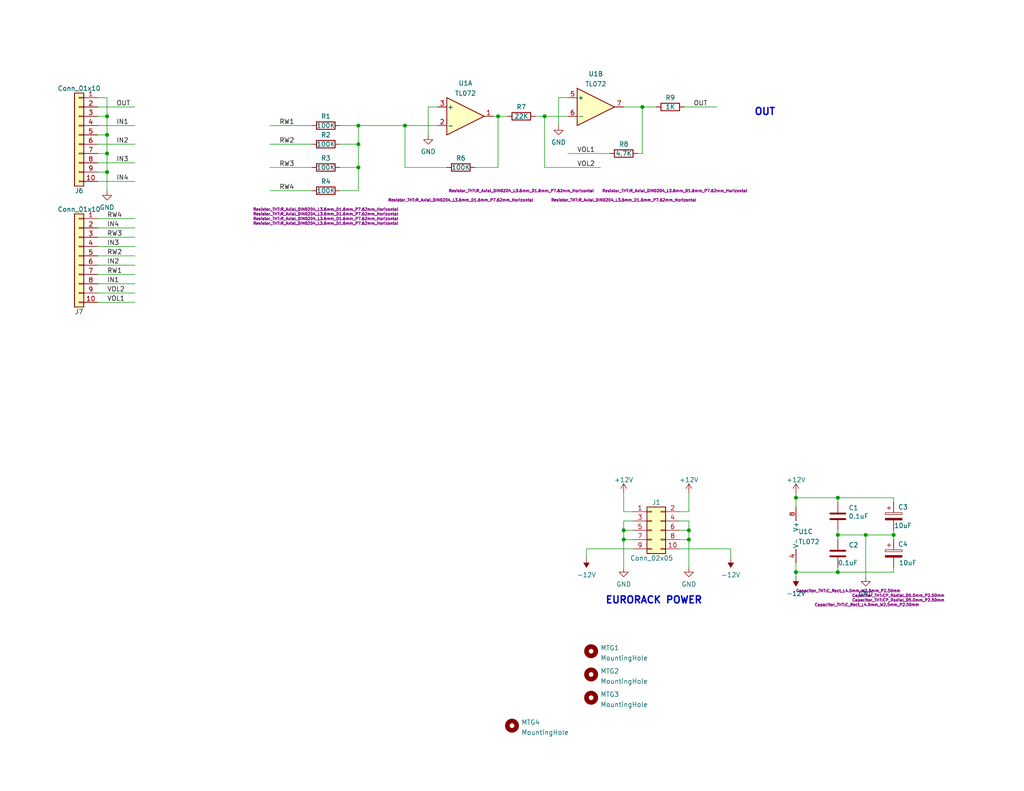
<source format=kicad_sch>
(kicad_sch (version 20211123) (generator eeschema)
  (paper "A")
  (title_block (title "SYNTH-MIXER") (date "2022-09-26") (rev "1") (comment 1 "5 CHANNEL MIXER") (comment 2 "https://note.com/solder_state/n/nffc1a33053be"))
  (lib_symbols
    (symbol "Amplifier_Operational:TL072" (pin_names (offset 0.127))
      (property "Reference" "U" (at 0 5.08 0))
      (property "Value" "TL072" (at 0 -5.08 0))
      (symbol "TL072_1_1"
        (polyline (pts (xy -5.08 5.08) (xy 5.08 0) (xy -5.08 -5.08) (xy -5.08 5.08)) (stroke (width 0.254)) (fill (type background)))
        (pin output line (at 7.62 0 180) (length 2.54) (name "~") (number "1"))
        (pin input line (at -7.62 -2.54 0) (length 2.54) (name "-") (number "2"))
        (pin input line (at -7.62 2.54 0) (length 2.54) (name "+") (number "3"))
      )
      (symbol "TL072_2_1"
        (polyline (pts (xy -5.08 5.08) (xy 5.08 0) (xy -5.08 -5.08) (xy -5.08 5.08)) (stroke (width 0.254)) (fill (type background)))
        (pin input line (at -7.62 2.54 0) (length 2.54) (name "+") (number "5"))
        (pin input line (at -7.62 -2.54 0) (length 2.54) (name "-") (number "6"))
        (pin output line (at 7.62 0 180) (length 2.54) (name "~") (number "7"))
      )
      (symbol "TL072_3_1"
        (pin power_in line (at -2.54 -7.62 90) (length 3.81) (name "V-") (number "4"))
        (pin power_in line (at -2.54 7.62 270) (length 3.81) (name "V+") (number "8"))
      )
    )
    (symbol "Connector_Generic:Conn_01x10" (pin_names (offset 1.016) hide)
      (property "Reference" "J" (at 0 12.7 0))
      (property "Value" "Conn_01x10" (at 0 -15.24 0))
      (symbol "Conn_01x10_1_1"
        (rectangle (start -1.27 -12.573) (end 0 -12.827) (stroke (width 0.1524)))
        (rectangle (start -1.27 -10.033) (end 0 -10.287) (stroke (width 0.1524)))
        (rectangle (start -1.27 -7.493) (end 0 -7.747) (stroke (width 0.1524)))
        (rectangle (start -1.27 -4.953) (end 0 -5.207) (stroke (width 0.1524)))
        (rectangle (start -1.27 -2.413) (end 0 -2.667) (stroke (width 0.1524)))
        (rectangle (start -1.27 0.127) (end 0 -0.127) (stroke (width 0.1524)))
        (rectangle (start -1.27 2.667) (end 0 2.413) (stroke (width 0.1524)))
        (rectangle (start -1.27 5.207) (end 0 4.953) (stroke (width 0.1524)))
        (rectangle (start -1.27 7.747) (end 0 7.493) (stroke (width 0.1524)))
        (rectangle (start -1.27 10.287) (end 0 10.033) (stroke (width 0.1524)))
        (rectangle (start -1.27 11.43) (end 1.27 -13.97) (stroke (width 0.254)) (fill (type background)))
        (pin passive line (at -5.08 10.16 0) (length 3.81) (name "Pin_1") (number "1"))
        (pin passive line (at -5.08 -12.7 0) (length 3.81) (name "Pin_10") (number "10"))
        (pin passive line (at -5.08 7.62 0) (length 3.81) (name "Pin_2") (number "2"))
        (pin passive line (at -5.08 5.08 0) (length 3.81) (name "Pin_3") (number "3"))
        (pin passive line (at -5.08 2.54 0) (length 3.81) (name "Pin_4") (number "4"))
        (pin passive line (at -5.08 0 0) (length 3.81) (name "Pin_5") (number "5"))
        (pin passive line (at -5.08 -2.54 0) (length 3.81) (name "Pin_6") (number "6"))
        (pin passive line (at -5.08 -5.08 0) (length 3.81) (name "Pin_7") (number "7"))
        (pin passive line (at -5.08 -7.62 0) (length 3.81) (name "Pin_8") (number "8"))
        (pin passive line (at -5.08 -10.16 0) (length 3.81) (name "Pin_9") (number "9"))
      )
    )
    (symbol "Connector_Generic:Conn_02x05_Odd_Even" (pin_names (offset 1.016) hide)
      (property "Reference" "J" (at 1.27 7.62 0))
      (property "Value" "Conn_02x05_Odd_Even" (at 1.27 -7.62 0))
      (symbol "Conn_02x05_Odd_Even_1_1"
        (rectangle (start -1.27 -4.953) (end 0 -5.207) (stroke (width 0.1524)))
        (rectangle (start -1.27 -2.413) (end 0 -2.667) (stroke (width 0.1524)))
        (rectangle (start -1.27 0.127) (end 0 -0.127) (stroke (width 0.1524)))
        (rectangle (start -1.27 2.667) (end 0 2.413) (stroke (width 0.1524)))
        (rectangle (start -1.27 5.207) (end 0 4.953) (stroke (width 0.1524)))
        (rectangle (start -1.27 6.35) (end 3.81 -6.35) (stroke (width 0.254)) (fill (type background)))
        (rectangle (start 3.81 -4.953) (end 2.54 -5.207) (stroke (width 0.1524)))
        (rectangle (start 3.81 -2.413) (end 2.54 -2.667) (stroke (width 0.1524)))
        (rectangle (start 3.81 0.127) (end 2.54 -0.127) (stroke (width 0.1524)))
        (rectangle (start 3.81 2.667) (end 2.54 2.413) (stroke (width 0.1524)))
        (rectangle (start 3.81 5.207) (end 2.54 4.953) (stroke (width 0.1524)))
        (pin passive line (at -5.08 5.08 0) (length 3.81) (name "Pin_1") (number "1"))
        (pin passive line (at 7.62 -5.08 180) (length 3.81) (name "Pin_10") (number "10"))
        (pin passive line (at 7.62 5.08 180) (length 3.81) (name "Pin_2") (number "2"))
        (pin passive line (at -5.08 2.54 0) (length 3.81) (name "Pin_3") (number "3"))
        (pin passive line (at 7.62 2.54 180) (length 3.81) (name "Pin_4") (number "4"))
        (pin passive line (at -5.08 0 0) (length 3.81) (name "Pin_5") (number "5"))
        (pin passive line (at 7.62 0 180) (length 3.81) (name "Pin_6") (number "6"))
        (pin passive line (at -5.08 -2.54 0) (length 3.81) (name "Pin_7") (number "7"))
        (pin passive line (at 7.62 -2.54 180) (length 3.81) (name "Pin_8") (number "8"))
        (pin passive line (at -5.08 -5.08 0) (length 3.81) (name "Pin_9") (number "9"))
      )
    )
    (symbol "Device:C" (pin_numbers hide) (pin_names (offset 0.254))
      (property "Reference" "C" (at 0.635 2.54 0))
      (property "Value" "C" (at 0.635 -2.54 0))
      (symbol "C_0_1"
        (polyline (pts (xy -2.032 -0.762) (xy 2.032 -0.762)) (stroke (width 0.508)))
        (polyline (pts (xy -2.032 0.762) (xy 2.032 0.762)) (stroke (width 0.508)))
      )
      (symbol "C_1_1"
        (pin passive line (at 0 3.81 270) (length 2.794) (name "~") (number "1"))
        (pin passive line (at 0 -3.81 90) (length 2.794) (name "~") (number "2"))
      )
    )
    (symbol "Device:C_Polarized" (pin_numbers hide) (pin_names (offset 0.254))
      (property "Reference" "C" (at 0.635 2.54 0))
      (property "Value" "C_Polarized" (at 0.635 -2.54 0))
      (symbol "C_Polarized_0_1"
        (rectangle (start -2.286 0.508) (end 2.286 1.016))
        (polyline (pts (xy -1.778 2.286) (xy -0.762 2.286)))
        (polyline (pts (xy -1.27 2.794) (xy -1.27 1.778)))
        (rectangle (start 2.286 -0.508) (end -2.286 -1.016) (fill (type outline)))
      )
      (symbol "C_Polarized_1_1"
        (pin passive line (at 0 3.81 270) (length 2.794) (name "~") (number "1"))
        (pin passive line (at 0 -3.81 90) (length 2.794) (name "~") (number "2"))
      )
    )
    (symbol "Device:R" (pin_numbers hide) (pin_names (offset 0))
      (property "Reference" "R" (at 2.032 0 90))
      (property "Value" "R" (at 0 0 90))
      (symbol "R_0_1"
        (rectangle (start -1.016 -2.54) (end 1.016 2.54) (stroke (width 0.254)))
      )
      (symbol "R_1_1"
        (pin passive line (at 0 3.81 270) (length 1.27) (name "~") (number "1"))
        (pin passive line (at 0 -3.81 90) (length 1.27) (name "~") (number "2"))
      )
    )
    (symbol "Mechanical:MountingHole" (pin_names (offset 1.016))
      (property "Reference" "H" (at 0 5.08 0))
      (property "Value" "MountingHole" (at 0 3.175 0))
      (symbol "MountingHole_0_1"
        (circle (center 0 0) (radius 1.27) (stroke (width 1.27)))
      )
    )
    (symbol "power:+12V" (power) (pin_names (offset 0))
      (property "Value" "+12V" (at 0 3.556 0))
      (symbol "+12V_0_1"
        (polyline (pts (xy -0.762 1.27) (xy 0 2.54)))
        (polyline (pts (xy 0 0) (xy 0 2.54)))
        (polyline (pts (xy 0 2.54) (xy 0.762 1.27)))
      )
      (symbol "+12V_1_1"
        (pin power_in line (at 0 0 90) (length 0) hide (name "+12V") (number "1"))
      )
    )
    (symbol "power:-12V" (power) (pin_names (offset 0))
      (property "Value" "-12V" (at 0 3.81 0))
      (symbol "-12V_0_0"
        (pin power_in line (at 0 0 90) (length 0) hide (name "-12V") (number "1"))
      )
      (symbol "-12V_0_1"
        (polyline (pts (xy 0 0) (xy 0 1.27) (xy 0.762 1.27) (xy 0 2.54) (xy -0.762 1.27) (xy 0 1.27)) (fill (type outline)))
      )
    )
    (symbol "power:GND" (power) (pin_names (offset 0))
      (property "Value" "GND" (at 0 -3.81 0))
      (symbol "GND_0_1"
        (polyline (pts (xy 0 0) (xy 0 -1.27) (xy 1.27 -1.27) (xy 0 -2.54) (xy -1.27 -1.27) (xy 0 -1.27)))
      )
      (symbol "GND_1_1"
        (pin power_in line (at 0 0 270) (length 0) hide (name "GND") (number "1"))
      )
    )
  )
  (junction (at 217.17 135.89))
  (junction (at 228.6 156.21))
  (junction (at 29.21 31.75))
  (junction (at 187.96 147.32))
  (junction (at 29.21 41.91))
  (junction (at 187.96 144.78))
  (junction (at 29.21 46.99))
  (junction (at 243.84 146.05))
  (junction (at 97.79 39.37))
  (junction (at 228.6 135.89))
  (junction (at 29.21 36.83))
  (junction (at 135.89 31.75))
  (junction (at 236.22 146.05))
  (junction (at 97.79 34.29))
  (junction (at 175.26 29.21))
  (junction (at 110.49 34.29))
  (junction (at 170.18 144.78))
  (junction (at 97.79 45.72))
  (junction (at 217.17 156.21))
  (junction (at 228.6 146.05))
  (junction (at 148.59 31.75))
  (junction (at 170.18 147.32))
  (wire (pts (xy 73.66 45.72) (xy 85.09 45.72)))
  (wire (pts (xy 26.67 29.21) (xy 36.83 29.21)))
  (wire (pts (xy 97.79 34.29) (xy 110.49 34.29)))
  (wire (pts (xy 185.42 144.78) (xy 187.96 144.78)))
  (wire (pts (xy 243.84 146.05) (xy 243.84 144.78)))
  (wire (pts (xy 26.67 72.39) (xy 36.83 72.39)))
  (wire (pts (xy 187.96 147.32) (xy 187.96 154.94)))
  (wire (pts (xy 175.26 41.91) (xy 175.26 29.21)))
  (wire (pts (xy 116.84 36.83) (xy 116.84 29.21)))
  (wire (pts (xy 97.79 45.72) (xy 92.71 45.72)))
  (wire (pts (xy 187.96 142.24) (xy 187.96 144.78)))
  (wire (pts (xy 121.92 45.72) (xy 110.49 45.72)))
  (wire (pts (xy 97.79 52.07) (xy 92.71 52.07)))
  (wire (pts (xy 148.59 31.75) (xy 148.59 45.72)))
  (wire (pts (xy 26.67 41.91) (xy 29.21 41.91)))
  (wire (pts (xy 29.21 46.99) (xy 29.21 52.07)))
  (wire (pts (xy 228.6 146.05) (xy 236.22 146.05)))
  (wire (pts (xy 152.4 34.29) (xy 152.4 26.67)))
  (wire (pts (xy 186.69 29.21) (xy 195.58 29.21)))
  (wire (pts (xy 73.66 39.37) (xy 85.09 39.37)))
  (wire (pts (xy 187.96 134.62) (xy 187.96 139.7)))
  (wire (pts (xy 228.6 135.89) (xy 243.84 135.89)))
  (wire (pts (xy 185.42 149.86) (xy 199.39 149.86)))
  (wire (pts (xy 152.4 26.67) (xy 154.94 26.67)))
  (wire (pts (xy 26.67 31.75) (xy 29.21 31.75)))
  (wire (pts (xy 236.22 146.05) (xy 236.22 157.48)))
  (wire (pts (xy 217.17 156.21) (xy 217.17 157.48)))
  (wire (pts (xy 135.89 45.72) (xy 129.54 45.72)))
  (wire (pts (xy 110.49 45.72) (xy 110.49 34.29)))
  (wire (pts (xy 26.67 77.47) (xy 36.83 77.47)))
  (wire (pts (xy 97.79 45.72) (xy 97.79 52.07)))
  (wire (pts (xy 73.66 34.29) (xy 85.09 34.29)))
  (wire (pts (xy 228.6 156.21) (xy 243.84 156.21)))
  (wire (pts (xy 243.84 135.89) (xy 243.84 137.16)))
  (wire (pts (xy 26.67 64.77) (xy 36.83 64.77)))
  (wire (pts (xy 170.18 147.32) (xy 170.18 154.94)))
  (wire (pts (xy 243.84 147.32) (xy 243.84 146.05)))
  (wire (pts (xy 146.05 31.75) (xy 148.59 31.75)))
  (wire (pts (xy 26.67 82.55) (xy 36.83 82.55)))
  (wire (pts (xy 26.67 49.53) (xy 36.83 49.53)))
  (wire (pts (xy 217.17 134.62) (xy 217.17 135.89)))
  (wire (pts (xy 26.67 69.85) (xy 36.83 69.85)))
  (wire (pts (xy 134.62 31.75) (xy 135.89 31.75)))
  (wire (pts (xy 26.67 34.29) (xy 36.83 34.29)))
  (wire (pts (xy 26.67 26.67) (xy 29.21 26.67)))
  (wire (pts (xy 92.71 34.29) (xy 97.79 34.29)))
  (wire (pts (xy 148.59 31.75) (xy 154.94 31.75)))
  (wire (pts (xy 228.6 144.78) (xy 228.6 146.05)))
  (wire (pts (xy 26.67 36.83) (xy 29.21 36.83)))
  (wire (pts (xy 97.79 34.29) (xy 97.79 39.37)))
  (wire (pts (xy 73.66 52.07) (xy 85.09 52.07)))
  (wire (pts (xy 26.67 80.01) (xy 36.83 80.01)))
  (wire (pts (xy 217.17 135.89) (xy 217.17 138.43)))
  (wire (pts (xy 172.72 149.86) (xy 160.02 149.86)))
  (wire (pts (xy 185.42 139.7) (xy 187.96 139.7)))
  (wire (pts (xy 26.67 46.99) (xy 29.21 46.99)))
  (wire (pts (xy 243.84 156.21) (xy 243.84 154.94)))
  (wire (pts (xy 228.6 154.94) (xy 228.6 156.21)))
  (wire (pts (xy 172.72 142.24) (xy 170.18 142.24)))
  (wire (pts (xy 217.17 135.89) (xy 228.6 135.89)))
  (wire (pts (xy 170.18 134.62) (xy 170.18 139.7)))
  (wire (pts (xy 236.22 146.05) (xy 243.84 146.05)))
  (wire (pts (xy 170.18 147.32) (xy 172.72 147.32)))
  (wire (pts (xy 199.39 149.86) (xy 199.39 152.4)))
  (wire (pts (xy 29.21 41.91) (xy 29.21 46.99)))
  (wire (pts (xy 217.17 156.21) (xy 228.6 156.21)))
  (wire (pts (xy 228.6 146.05) (xy 228.6 147.32)))
  (wire (pts (xy 26.67 62.23) (xy 36.83 62.23)))
  (wire (pts (xy 116.84 29.21) (xy 119.38 29.21)))
  (wire (pts (xy 172.72 139.7) (xy 170.18 139.7)))
  (wire (pts (xy 170.18 144.78) (xy 172.72 144.78)))
  (wire (pts (xy 26.67 39.37) (xy 36.83 39.37)))
  (wire (pts (xy 26.67 44.45) (xy 36.83 44.45)))
  (wire (pts (xy 26.67 59.69) (xy 36.83 59.69)))
  (wire (pts (xy 187.96 144.78) (xy 187.96 147.32)))
  (wire (pts (xy 175.26 29.21) (xy 170.18 29.21)))
  (wire (pts (xy 148.59 45.72) (xy 163.83 45.72)))
  (wire (pts (xy 217.17 153.67) (xy 217.17 156.21)))
  (wire (pts (xy 135.89 31.75) (xy 135.89 45.72)))
  (wire (pts (xy 228.6 135.89) (xy 228.6 137.16)))
  (wire (pts (xy 154.94 41.91) (xy 166.37 41.91)))
  (wire (pts (xy 97.79 39.37) (xy 92.71 39.37)))
  (wire (pts (xy 185.42 142.24) (xy 187.96 142.24)))
  (wire (pts (xy 160.02 149.86) (xy 160.02 152.4)))
  (wire (pts (xy 185.42 147.32) (xy 187.96 147.32)))
  (wire (pts (xy 29.21 26.67) (xy 29.21 31.75)))
  (wire (pts (xy 170.18 142.24) (xy 170.18 144.78)))
  (wire (pts (xy 29.21 36.83) (xy 29.21 41.91)))
  (wire (pts (xy 110.49 34.29) (xy 119.38 34.29)))
  (wire (pts (xy 135.89 31.75) (xy 138.43 31.75)))
  (wire (pts (xy 173.99 41.91) (xy 175.26 41.91)))
  (wire (pts (xy 29.21 31.75) (xy 29.21 36.83)))
  (wire (pts (xy 179.07 29.21) (xy 175.26 29.21)))
  (wire (pts (xy 26.67 67.31) (xy 36.83 67.31)))
  (wire (pts (xy 170.18 144.78) (xy 170.18 147.32)))
  (wire (pts (xy 26.67 74.93) (xy 36.83 74.93)))
  (wire (pts (xy 97.79 39.37) (xy 97.79 45.72)))
  (text "EURORACK POWER" (at 165.1 165.1 0) (effects (font (size 1.905 1.905) (thickness 0.381) bold) (justify left bottom)))
  (text "OUT" (at 205.74 31.75 0) (effects (font (size 1.905 1.905) (thickness 0.381) bold) (justify left bottom)))
  (label "OUT" (at 189.23 29.21 0))
  (label "VOL1" (at 29.21 82.55 0))
  (label "IN4" (at 31.75 49.53 0))
  (label "OUT" (at 31.75 29.21 0))
  (label "IN3" (at 29.21 67.31 0))
  (label "RW3" (at 29.21 64.77 0))
  (label "IN3" (at 31.75 44.45 0))
  (label "RW4" (at 76.2 52.07 0))
  (label "IN4" (at 29.21 62.23 0))
  (label "IN1" (at 29.21 77.47 0))
  (label "VOL2" (at 157.48 45.72 0))
  (label "IN2" (at 31.75 39.37 0))
  (label "VOL1" (at 157.48 41.91 0))
  (label "RW1" (at 29.21 74.93 0))
  (label "IN1" (at 31.75 34.29 0))
  (label "RW1" (at 76.2 34.29 0))
  (label "RW2" (at 29.21 69.85 0))
  (label "RW2" (at 76.2 39.37 0))
  (label "RW3" (at 76.2 45.72 0))
  (label "VOL2" (at 29.21 80.01 0))
  (label "RW4" (at 29.21 59.69 0))
  (label "IN2" (at 29.21 72.39 0))
  (symbol (lib_id "Device:C") (at 228.6 140.97 0) (unit 1)
    (property "Reference" "C1" (at 231.521 138.6586 0) (effects (justify left)))
    (property "Value" "0.1uF" (at 231.521 140.97 0) (effects (justify left)))
    (property "Footprint" "Capacitor_THT:C_Rect_L4.0mm_W2.5mm_P2.50mm" (at 222.25 165.1 0) (effects (font (size 0.762 0.762)) (justify left)))
    (property "Datasheet" "https://www.mouser.com/ProductDetail/TDK/FG18X7R1H473KNT06?qs=qf2ddTMq67Ua7q%2FdN4IhqA%3D%3D" (effects hide))
  )
  (symbol (lib_id "power:GND") (at 29.21 52.07 0) (unit 1)
    (property "Reference" "#PWR?" (effects hide))
    (property "Value" "GND" (at 29.21 56.6325 0))
  )
  (symbol (lib_id "power:GND") (at 170.18 154.94 0) (unit 1)
    (property "Reference" "#PWR0117" (effects hide))
    (property "Value" "GND" (at 170.18 159.5025 0))
  )
  (symbol (lib_id "Mechanical:MountingHole") (at 161.29 190.5 0) (unit 1)
    (property "Reference" "MTG3" (at 163.83 189.5915 0) (effects (justify left)))
    (property "Value" "MountingHole" (at 163.83 192.3666 0) (effects (justify left)))
    (property "Footprint" "LandBoards_MountHoles:MTG-4-40-SMALL" (effects hide))
  )
  (symbol (lib_id "power:GND") (at 236.22 157.48 0) (unit 1)
    (property "Reference" "#PWR0116" (effects hide))
    (property "Value" "GND" (at 236.22 162.0425 0))
  )
  (symbol (lib_id "Device:R") (at 142.24 31.75 90) (unit 1)
    (property "Reference" "R7" (at 142.24 29.21 90))
    (property "Value" "22K" (at 142.24 31.75 90))
    (property "Footprint" "Resistor_THT:R_Axial_DIN0204_L3.6mm_D1.6mm_P7.62mm_Horizontal" (at 142.24 52.07 90) (effects (font (size 0.762 0.762))))
    (property "Datasheet" "https://www.mouser.com/ProductDetail/Xicon/299-2.2K-RC?qs=QaPBMFBEHz3RDbXknTj%252ByA%3D%3D" (effects hide))
  )
  (symbol (lib_id "Connector_Generic:Conn_02x05_Odd_Even") (at 177.8 144.78 0) (unit 1)
    (property "Reference" "J1" (at 179.07 137.16 0))
    (property "Value" "Conn_02x05" (at 177.8 152.4 0))
    (property "Footprint" "Connector_IDC:IDC-Header_2x05_P2.54mm_Vertical" (effects hide))
    (property "Datasheet" "https://store.synthrotek.com/10-Pin_Keyed_Shrouded_Eurorack_Power_Header" (effects hide))
  )
  (symbol (lib_id "power:-12V") (at 199.39 152.4 180) (unit 1)
    (property "Reference" "#PWR0124" (effects hide))
    (property "Value" "-12V" (at 199.39 156.9625 0))
  )
  (symbol (lib_id "Device:C") (at 228.6 151.13 0) (unit 1)
    (property "Reference" "C2" (at 231.521 148.8186 0) (effects (justify left)))
    (property "Value" "0.1uF" (at 228.6 153.67 0) (effects (justify left)))
    (property "Footprint" "Capacitor_THT:C_Rect_L4.0mm_W2.5mm_P2.50mm" (at 217.17 161.29 0) (effects (font (size 0.762 0.762)) (justify left)))
    (property "Datasheet" "https://www.mouser.com/ProductDetail/TDK/FG18X7R1H473KNT06?qs=qf2ddTMq67Ua7q%2FdN4IhqA%3D%3D" (effects hide))
  )
  (symbol (lib_id "Mechanical:MountingHole") (at 139.7 198.12 0) (unit 1)
    (property "Reference" "MTG4" (at 142.24 197.2115 0) (effects (justify left)))
    (property "Value" "MountingHole" (at 142.24 199.9866 0) (effects (justify left)))
    (property "Footprint" "LandBoards_MountHoles:MTG-4-40-SMALL" (effects hide))
  )
  (symbol (lib_id "Device:R") (at 170.18 41.91 90) (unit 1)
    (property "Reference" "R8" (at 170.18 39.37 90))
    (property "Value" "4.7K" (at 170.18 41.91 90))
    (property "Footprint" "Resistor_THT:R_Axial_DIN0204_L3.6mm_D1.6mm_P7.62mm_Horizontal" (at 170.18 54.61 90) (effects (font (size 0.762 0.762))))
    (property "Datasheet" "https://www.mouser.com/ProductDetail/Xicon/299-2.2K-RC?qs=QaPBMFBEHz3RDbXknTj%252ByA%3D%3D" (effects hide))
  )
  (symbol (lib_id "Device:C_Polarized") (at 243.84 151.13 0) (unit 1)
    (property "Reference" "C4" (at 246.38 148.59 0))
    (property "Value" "10uF" (at 247.65 153.67 0))
    (property "Footprint" "Capacitor_THT:CP_Radial_D5.0mm_P2.50mm" (at 245.11 162.56 0) (effects (font (size 0.762 0.762))))
    (property "Datasheet" "https://www.mouser.com/ProductDetail/140-REA470M1CBK0511P" (effects hide))
  )
  (symbol (lib_id "Connector_Generic:Conn_01x10") (at 21.59 36.83 0) (mirror y) (unit 1)
    (property "Reference" "J6" (at 21.59 52.07 0))
    (property "Value" "Conn_01x10" (at 21.59 24.13 0))
    (property "Footprint" "Connector_PinHeader_2.54mm:PinHeader_2x05_P2.54mm_Vertical" (effects hide))
  )
  (symbol (lib_id "Connector_Generic:Conn_01x10") (at 21.59 69.85 0) (mirror y) (unit 1)
    (property "Reference" "J7" (at 21.59 85.09 0))
    (property "Value" "Conn_01x10" (at 21.59 57.15 0))
    (property "Footprint" "Connector_PinHeader_2.54mm:PinHeader_2x05_P2.54mm_Vertical" (effects hide))
  )
  (symbol (lib_id "power:-12V") (at 217.17 157.48 180) (unit 1)
    (property "Reference" "#PWR0114" (effects hide))
    (property "Value" "-12V" (at 217.17 162.0425 0))
  )
  (symbol (lib_id "power:-12V") (at 160.02 152.4 180) (unit 1)
    (property "Reference" "#PWR0123" (effects hide))
    (property "Value" "-12V" (at 160.02 156.9625 0))
  )
  (symbol (lib_id "Device:R") (at 182.88 29.21 90) (unit 1)
    (property "Reference" "R9" (at 182.88 26.67 90))
    (property "Value" "1K" (at 182.88 29.21 90))
    (property "Footprint" "Resistor_THT:R_Axial_DIN0204_L3.6mm_D1.6mm_P7.62mm_Horizontal" (at 184.15 52.07 90) (effects (font (size 0.762 0.762))))
    (property "Datasheet" "https://www.mouser.com/ProductDetail/Xicon/299-2.2K-RC?qs=QaPBMFBEHz3RDbXknTj%252ByA%3D%3D" (effects hide))
  )
  (symbol (lib_id "Amplifier_Operational:TL072") (at 219.71 146.05 0) (unit 3)
    (property "Reference" "U1" (at 217.805 145.1415 0) (effects (justify left)))
    (property "Value" "TL072" (at 217.805 147.9166 0) (effects (justify left)))
    (property "Footprint" "Package_DIP:DIP-8_W7.62mm" (effects hide))
    (property "Datasheet" "https://store.synthrotek.com/TL072P-Op-Amp_p_418.html" (effects hide))
  )
  (symbol (lib_id "power:+12V") (at 217.17 134.62 0) (unit 1)
    (property "Reference" "#PWR0115" (effects hide))
    (property "Value" "+12V" (at 217.17 131.0155 0))
  )
  (symbol (lib_id "Device:R") (at 88.9 45.72 90) (unit 1)
    (property "Reference" "R3" (at 88.9 43.18 90))
    (property "Value" "100K" (at 88.9 45.72 90))
    (property "Footprint" "Resistor_THT:R_Axial_DIN0204_L3.6mm_D1.6mm_P7.62mm_Horizontal" (at 88.9 59.69 90) (effects (font (size 0.762 0.762))))
    (property "Datasheet" "https://www.mouser.com/ProductDetail/Xicon/299-2.2K-RC?qs=QaPBMFBEHz3RDbXknTj%252ByA%3D%3D" (effects hide))
  )
  (symbol (lib_id "Device:R") (at 88.9 39.37 90) (unit 1)
    (property "Reference" "R2" (at 88.9 36.83 90))
    (property "Value" "100K" (at 88.9 39.37 90))
    (property "Footprint" "Resistor_THT:R_Axial_DIN0204_L3.6mm_D1.6mm_P7.62mm_Horizontal" (at 88.9 58.42 90) (effects (font (size 0.762 0.762))))
    (property "Datasheet" "https://www.mouser.com/ProductDetail/Xicon/299-2.2K-RC?qs=QaPBMFBEHz3RDbXknTj%252ByA%3D%3D" (effects hide))
  )
  (symbol (lib_id "Device:R") (at 88.9 34.29 90) (unit 1)
    (property "Reference" "R1" (at 88.9 31.75 90))
    (property "Value" "100K" (at 88.9 34.29 90))
    (property "Footprint" "Resistor_THT:R_Axial_DIN0204_L3.6mm_D1.6mm_P7.62mm_Horizontal" (at 88.9 57.15 90) (effects (font (size 0.762 0.762))))
    (property "Datasheet" "https://www.mouser.com/ProductDetail/Xicon/299-2.2K-RC?qs=QaPBMFBEHz3RDbXknTj%252ByA%3D%3D" (effects hide))
  )
  (symbol (lib_id "power:GND") (at 116.84 36.83 0) (unit 1)
    (property "Reference" "#PWR0106" (effects hide))
    (property "Value" "GND" (at 116.84 41.3925 0))
  )
  (symbol (lib_id "power:+12V") (at 187.96 134.62 0) (unit 1)
    (property "Reference" "#PWR0118" (effects hide))
    (property "Value" "+12V" (at 187.96 131.0155 0))
  )
  (symbol (lib_id "Device:R") (at 88.9 52.07 90) (unit 1)
    (property "Reference" "R4" (at 88.9 49.53 90))
    (property "Value" "100K" (at 88.9 52.07 90))
    (property "Footprint" "Resistor_THT:R_Axial_DIN0204_L3.6mm_D1.6mm_P7.62mm_Horizontal" (at 88.9 60.96 90) (effects (font (size 0.762 0.762))))
    (property "Datasheet" "https://www.mouser.com/ProductDetail/Xicon/299-2.2K-RC?qs=QaPBMFBEHz3RDbXknTj%252ByA%3D%3D" (effects hide))
  )
  (symbol (lib_id "power:GND") (at 187.96 154.94 0) (unit 1)
    (property "Reference" "#PWR0119" (effects hide))
    (property "Value" "GND" (at 187.96 159.5025 0))
  )
  (symbol (lib_id "Mechanical:MountingHole") (at 161.29 184.15 0) (unit 1)
    (property "Reference" "MTG2" (at 163.83 183.2415 0) (effects (justify left)))
    (property "Value" "MountingHole" (at 163.83 186.0166 0) (effects (justify left)))
    (property "Footprint" "LandBoards_MountHoles:MTG-4-40-SMALL" (effects hide))
  )
  (symbol (lib_id "Device:R") (at 125.73 45.72 90) (unit 1)
    (property "Reference" "R6" (at 125.73 43.18 90))
    (property "Value" "100K" (at 125.73 45.72 90))
    (property "Footprint" "Resistor_THT:R_Axial_DIN0204_L3.6mm_D1.6mm_P7.62mm_Horizontal" (at 125.73 54.61 90) (effects (font (size 0.762 0.762))))
    (property "Datasheet" "https://www.mouser.com/ProductDetail/Xicon/299-2.2K-RC?qs=QaPBMFBEHz3RDbXknTj%252ByA%3D%3D" (effects hide))
  )
  (symbol (lib_id "Mechanical:MountingHole") (at 161.29 177.8 0) (unit 1)
    (property "Reference" "MTG1" (at 163.83 176.8915 0) (effects (justify left)))
    (property "Value" "MountingHole" (at 163.83 179.6666 0) (effects (justify left)))
    (property "Footprint" "LandBoards_MountHoles:MTG-4-40-SMALL" (effects hide))
  )
  (symbol (lib_id "power:GND") (at 152.4 34.29 0) (unit 1)
    (property "Reference" "#PWR0105" (effects hide))
    (property "Value" "GND" (at 152.4 38.8525 0))
  )
  (symbol (lib_id "Amplifier_Operational:TL072") (at 127 31.75 0) (unit 1)
    (property "Reference" "U1" (at 127 22.7035 0))
    (property "Value" "TL072" (at 127 25.4786 0))
    (property "Footprint" "Package_DIP:DIP-8_W7.62mm" (effects hide))
    (property "Datasheet" "https://store.synthrotek.com/TL072P-Op-Amp_p_418.html" (effects hide))
  )
  (symbol (lib_id "Amplifier_Operational:TL072") (at 162.56 29.21 0) (unit 2)
    (property "Reference" "U1" (at 162.56 20.1635 0))
    (property "Value" "TL072" (at 162.56 22.9386 0))
    (property "Footprint" "Package_DIP:DIP-8_W7.62mm" (effects hide))
    (property "Datasheet" "https://store.synthrotek.com/TL072P-Op-Amp_p_418.html" (effects hide))
  )
  (symbol (lib_id "power:+12V") (at 170.18 134.62 0) (unit 1)
    (property "Reference" "#PWR0120" (effects hide))
    (property "Value" "+12V" (at 170.18 131.0155 0))
  )
  (symbol (lib_id "Device:C_Polarized") (at 243.84 140.97 0) (unit 1)
    (property "Reference" "C3" (at 246.38 138.43 0))
    (property "Value" "10uF" (at 246.38 143.51 0))
    (property "Footprint" "Capacitor_THT:CP_Radial_D5.0mm_P2.50mm" (at 245.11 163.83 0) (effects (font (size 0.762 0.762))))
    (property "Datasheet" "https://www.mouser.com/ProductDetail/140-REA470M1CBK0511P" (effects hide))
  )
)
</source>
